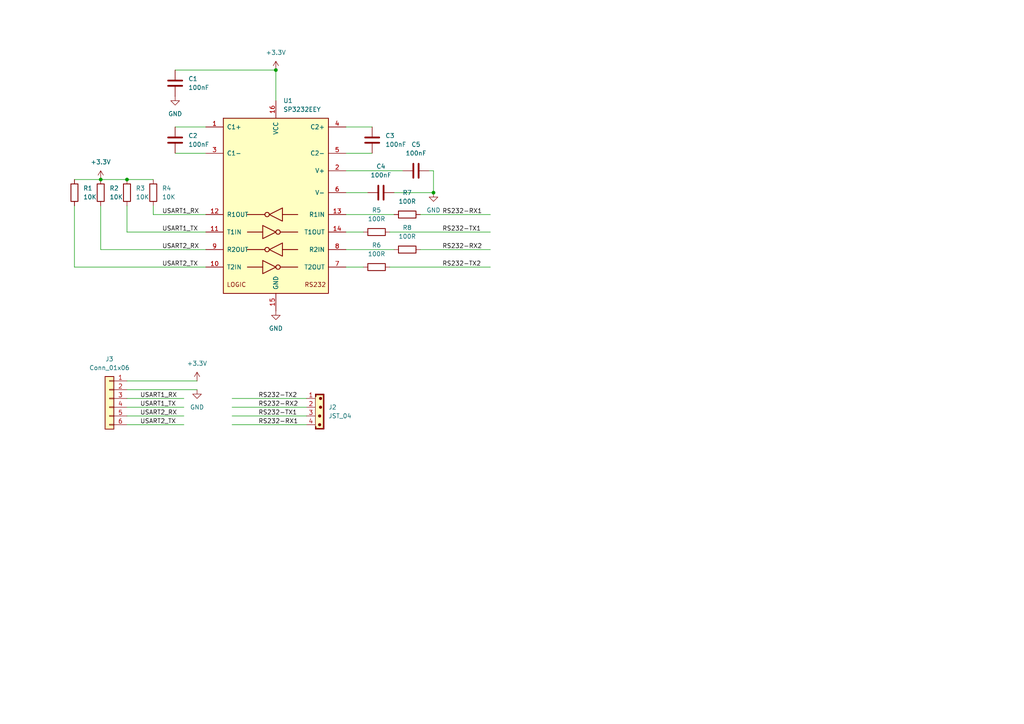
<source format=kicad_sch>
(kicad_sch
	(version 20250114)
	(generator "eeschema")
	(generator_version "9.0")
	(uuid "8d2e0e42-1031-4a95-bfe3-af0028031f00")
	(paper "A4")
	(lib_symbols
		(symbol "Connector_Generic:Conn_01x06"
			(pin_names
				(offset 1.016)
				(hide yes)
			)
			(exclude_from_sim no)
			(in_bom yes)
			(on_board yes)
			(property "Reference" "J"
				(at 0 7.62 0)
				(effects
					(font
						(size 1.27 1.27)
					)
				)
			)
			(property "Value" "Conn_01x06"
				(at 0 -10.16 0)
				(effects
					(font
						(size 1.27 1.27)
					)
				)
			)
			(property "Footprint" ""
				(at 0 0 0)
				(effects
					(font
						(size 1.27 1.27)
					)
					(hide yes)
				)
			)
			(property "Datasheet" "~"
				(at 0 0 0)
				(effects
					(font
						(size 1.27 1.27)
					)
					(hide yes)
				)
			)
			(property "Description" "Generic connector, single row, 01x06, script generated (kicad-library-utils/schlib/autogen/connector/)"
				(at 0 0 0)
				(effects
					(font
						(size 1.27 1.27)
					)
					(hide yes)
				)
			)
			(property "ki_keywords" "connector"
				(at 0 0 0)
				(effects
					(font
						(size 1.27 1.27)
					)
					(hide yes)
				)
			)
			(property "ki_fp_filters" "Connector*:*_1x??_*"
				(at 0 0 0)
				(effects
					(font
						(size 1.27 1.27)
					)
					(hide yes)
				)
			)
			(symbol "Conn_01x06_1_1"
				(rectangle
					(start -1.27 6.35)
					(end 1.27 -8.89)
					(stroke
						(width 0.254)
						(type default)
					)
					(fill
						(type background)
					)
				)
				(rectangle
					(start -1.27 5.207)
					(end 0 4.953)
					(stroke
						(width 0.1524)
						(type default)
					)
					(fill
						(type none)
					)
				)
				(rectangle
					(start -1.27 2.667)
					(end 0 2.413)
					(stroke
						(width 0.1524)
						(type default)
					)
					(fill
						(type none)
					)
				)
				(rectangle
					(start -1.27 0.127)
					(end 0 -0.127)
					(stroke
						(width 0.1524)
						(type default)
					)
					(fill
						(type none)
					)
				)
				(rectangle
					(start -1.27 -2.413)
					(end 0 -2.667)
					(stroke
						(width 0.1524)
						(type default)
					)
					(fill
						(type none)
					)
				)
				(rectangle
					(start -1.27 -4.953)
					(end 0 -5.207)
					(stroke
						(width 0.1524)
						(type default)
					)
					(fill
						(type none)
					)
				)
				(rectangle
					(start -1.27 -7.493)
					(end 0 -7.747)
					(stroke
						(width 0.1524)
						(type default)
					)
					(fill
						(type none)
					)
				)
				(pin passive line
					(at -5.08 5.08 0)
					(length 3.81)
					(name "Pin_1"
						(effects
							(font
								(size 1.27 1.27)
							)
						)
					)
					(number "1"
						(effects
							(font
								(size 1.27 1.27)
							)
						)
					)
				)
				(pin passive line
					(at -5.08 2.54 0)
					(length 3.81)
					(name "Pin_2"
						(effects
							(font
								(size 1.27 1.27)
							)
						)
					)
					(number "2"
						(effects
							(font
								(size 1.27 1.27)
							)
						)
					)
				)
				(pin passive line
					(at -5.08 0 0)
					(length 3.81)
					(name "Pin_3"
						(effects
							(font
								(size 1.27 1.27)
							)
						)
					)
					(number "3"
						(effects
							(font
								(size 1.27 1.27)
							)
						)
					)
				)
				(pin passive line
					(at -5.08 -2.54 0)
					(length 3.81)
					(name "Pin_4"
						(effects
							(font
								(size 1.27 1.27)
							)
						)
					)
					(number "4"
						(effects
							(font
								(size 1.27 1.27)
							)
						)
					)
				)
				(pin passive line
					(at -5.08 -5.08 0)
					(length 3.81)
					(name "Pin_5"
						(effects
							(font
								(size 1.27 1.27)
							)
						)
					)
					(number "5"
						(effects
							(font
								(size 1.27 1.27)
							)
						)
					)
				)
				(pin passive line
					(at -5.08 -7.62 0)
					(length 3.81)
					(name "Pin_6"
						(effects
							(font
								(size 1.27 1.27)
							)
						)
					)
					(number "6"
						(effects
							(font
								(size 1.27 1.27)
							)
						)
					)
				)
			)
			(embedded_fonts no)
		)
		(symbol "Library:SP3232EEY"
			(pin_names
				(offset 1.016)
			)
			(exclude_from_sim no)
			(in_bom yes)
			(on_board yes)
			(property "Reference" "U"
				(at -13.97 26.67 0)
				(effects
					(font
						(size 1.27 1.27)
					)
				)
			)
			(property "Value" "SP3232EEY"
				(at 12.7 26.67 0)
				(effects
					(font
						(size 1.27 1.27)
					)
				)
			)
			(property "Footprint" "Package_SO:SSOP-16_5.3x6.2mm_P0.65mm"
				(at 0 -33.02 0)
				(effects
					(font
						(size 1.27 1.27)
					)
					(hide yes)
				)
			)
			(property "Datasheet" "https://www.jlc-smt.com/lcsc/detail?componentCode=C13482"
				(at 0 2.54 0)
				(effects
					(font
						(size 1.27 1.27)
					)
					(hide yes)
				)
			)
			(property "Description" "Single RS232 driver/receiver, 3.0V to 5V supply, 250kb/s, AutoShutdown Plus, SSOP-16 package"
				(at 0 0 0)
				(effects
					(font
						(size 1.27 1.27)
					)
					(hide yes)
				)
			)
			(property "ki_keywords" "rs232 uart transceiver"
				(at 0 0 0)
				(effects
					(font
						(size 1.27 1.27)
					)
					(hide yes)
				)
			)
			(property "ki_fp_filters" "SSOP*5.3x6.2mm*P0.65mm*"
				(at 0 0 0)
				(effects
					(font
						(size 1.27 1.27)
					)
					(hide yes)
				)
			)
			(symbol "SP3232EEY_0_0"
				(text "LOGIC"
					(at -11.43 -22.86 0)
					(effects
						(font
							(size 1.27 1.27)
						)
					)
				)
				(text "RS232"
					(at 11.43 -22.86 0)
					(effects
						(font
							(size 1.27 1.27)
						)
					)
				)
			)
			(symbol "SP3232EEY_0_1"
				(rectangle
					(start -15.24 25.4)
					(end 15.24 -25.4)
					(stroke
						(width 0.254)
						(type default)
					)
					(fill
						(type background)
					)
				)
				(polyline
					(pts
						(xy -3.81 -5.715) (xy -3.81 -9.525) (xy 0 -7.62) (xy -3.81 -5.715)
					)
					(stroke
						(width 0.254)
						(type default)
					)
					(fill
						(type none)
					)
				)
				(polyline
					(pts
						(xy -3.81 -7.62) (xy -8.255 -7.62)
					)
					(stroke
						(width 0.254)
						(type default)
					)
					(fill
						(type none)
					)
				)
				(polyline
					(pts
						(xy -3.81 -15.875) (xy -3.81 -19.685) (xy 0 -17.78) (xy -3.81 -15.875)
					)
					(stroke
						(width 0.254)
						(type default)
					)
					(fill
						(type none)
					)
				)
				(polyline
					(pts
						(xy -3.81 -17.78) (xy -8.255 -17.78)
					)
					(stroke
						(width 0.254)
						(type default)
					)
					(fill
						(type none)
					)
				)
				(polyline
					(pts
						(xy -3.175 -2.54) (xy -8.255 -2.54)
					)
					(stroke
						(width 0.254)
						(type default)
					)
					(fill
						(type none)
					)
				)
				(polyline
					(pts
						(xy -3.175 -12.7) (xy -8.255 -12.7)
					)
					(stroke
						(width 0.254)
						(type default)
					)
					(fill
						(type none)
					)
				)
				(circle
					(center -2.54 -2.54)
					(radius 0.635)
					(stroke
						(width 0.254)
						(type default)
					)
					(fill
						(type none)
					)
				)
				(circle
					(center -2.54 -12.7)
					(radius 0.635)
					(stroke
						(width 0.254)
						(type default)
					)
					(fill
						(type none)
					)
				)
				(circle
					(center 0.635 -7.62)
					(radius 0.635)
					(stroke
						(width 0.254)
						(type default)
					)
					(fill
						(type none)
					)
				)
				(circle
					(center 0.635 -17.78)
					(radius 0.635)
					(stroke
						(width 0.254)
						(type default)
					)
					(fill
						(type none)
					)
				)
				(polyline
					(pts
						(xy 1.27 -7.62) (xy 6.35 -7.62)
					)
					(stroke
						(width 0.254)
						(type default)
					)
					(fill
						(type none)
					)
				)
				(polyline
					(pts
						(xy 1.27 -17.78) (xy 6.35 -17.78)
					)
					(stroke
						(width 0.254)
						(type default)
					)
					(fill
						(type none)
					)
				)
				(polyline
					(pts
						(xy 1.905 -0.635) (xy 1.905 -4.445) (xy -1.905 -2.54) (xy 1.905 -0.635)
					)
					(stroke
						(width 0.254)
						(type default)
					)
					(fill
						(type none)
					)
				)
				(polyline
					(pts
						(xy 1.905 -2.54) (xy 6.35 -2.54)
					)
					(stroke
						(width 0.254)
						(type default)
					)
					(fill
						(type none)
					)
				)
				(polyline
					(pts
						(xy 1.905 -10.795) (xy 1.905 -14.605) (xy -1.905 -12.7) (xy 1.905 -10.795)
					)
					(stroke
						(width 0.254)
						(type default)
					)
					(fill
						(type none)
					)
				)
				(polyline
					(pts
						(xy 1.905 -12.7) (xy 6.35 -12.7)
					)
					(stroke
						(width 0.254)
						(type default)
					)
					(fill
						(type none)
					)
				)
			)
			(symbol "SP3232EEY_1_1"
				(pin passive line
					(at -20.32 22.86 0)
					(length 5.08)
					(name "C1+"
						(effects
							(font
								(size 1.27 1.27)
							)
						)
					)
					(number "1"
						(effects
							(font
								(size 1.27 1.27)
							)
						)
					)
				)
				(pin passive line
					(at -20.32 15.24 0)
					(length 5.08)
					(name "C1-"
						(effects
							(font
								(size 1.27 1.27)
							)
						)
					)
					(number "3"
						(effects
							(font
								(size 1.27 1.27)
							)
						)
					)
				)
				(pin output line
					(at -20.32 -2.54 0)
					(length 5.08)
					(name "R1OUT"
						(effects
							(font
								(size 1.27 1.27)
							)
						)
					)
					(number "12"
						(effects
							(font
								(size 1.27 1.27)
							)
						)
					)
				)
				(pin input line
					(at -20.32 -7.62 0)
					(length 5.08)
					(name "T1IN"
						(effects
							(font
								(size 1.27 1.27)
							)
						)
					)
					(number "11"
						(effects
							(font
								(size 1.27 1.27)
							)
						)
					)
				)
				(pin output line
					(at -20.32 -12.7 0)
					(length 5.08)
					(name "R2OUT"
						(effects
							(font
								(size 1.27 1.27)
							)
						)
					)
					(number "9"
						(effects
							(font
								(size 1.27 1.27)
							)
						)
					)
				)
				(pin input line
					(at -20.32 -17.78 0)
					(length 5.08)
					(name "T2IN"
						(effects
							(font
								(size 1.27 1.27)
							)
						)
					)
					(number "10"
						(effects
							(font
								(size 1.27 1.27)
							)
						)
					)
				)
				(pin power_in line
					(at 0 30.48 270)
					(length 5.08)
					(name "VCC"
						(effects
							(font
								(size 1.27 1.27)
							)
						)
					)
					(number "16"
						(effects
							(font
								(size 1.27 1.27)
							)
						)
					)
				)
				(pin power_in line
					(at 0 -30.48 90)
					(length 5.08)
					(name "GND"
						(effects
							(font
								(size 1.27 1.27)
							)
						)
					)
					(number "15"
						(effects
							(font
								(size 1.27 1.27)
							)
						)
					)
				)
				(pin passive line
					(at 20.32 22.86 180)
					(length 5.08)
					(name "C2+"
						(effects
							(font
								(size 1.27 1.27)
							)
						)
					)
					(number "4"
						(effects
							(font
								(size 1.27 1.27)
							)
						)
					)
				)
				(pin passive line
					(at 20.32 15.24 180)
					(length 5.08)
					(name "C2-"
						(effects
							(font
								(size 1.27 1.27)
							)
						)
					)
					(number "5"
						(effects
							(font
								(size 1.27 1.27)
							)
						)
					)
				)
				(pin power_out line
					(at 20.32 10.16 180)
					(length 5.08)
					(name "V+"
						(effects
							(font
								(size 1.27 1.27)
							)
						)
					)
					(number "2"
						(effects
							(font
								(size 1.27 1.27)
							)
						)
					)
				)
				(pin power_out line
					(at 20.32 3.81 180)
					(length 5.08)
					(name "V-"
						(effects
							(font
								(size 1.27 1.27)
							)
						)
					)
					(number "6"
						(effects
							(font
								(size 1.27 1.27)
							)
						)
					)
				)
				(pin input line
					(at 20.32 -2.54 180)
					(length 5.08)
					(name "R1IN"
						(effects
							(font
								(size 1.27 1.27)
							)
						)
					)
					(number "13"
						(effects
							(font
								(size 1.27 1.27)
							)
						)
					)
				)
				(pin output line
					(at 20.32 -7.62 180)
					(length 5.08)
					(name "T1OUT"
						(effects
							(font
								(size 1.27 1.27)
							)
						)
					)
					(number "14"
						(effects
							(font
								(size 1.27 1.27)
							)
						)
					)
				)
				(pin input line
					(at 20.32 -12.7 180)
					(length 5.08)
					(name "R2IN"
						(effects
							(font
								(size 1.27 1.27)
							)
						)
					)
					(number "8"
						(effects
							(font
								(size 1.27 1.27)
							)
						)
					)
				)
				(pin output line
					(at 20.32 -17.78 180)
					(length 5.08)
					(name "T2OUT"
						(effects
							(font
								(size 1.27 1.27)
							)
						)
					)
					(number "7"
						(effects
							(font
								(size 1.27 1.27)
							)
						)
					)
				)
			)
			(embedded_fonts no)
		)
		(symbol "PCM_Capacitor_AKL:C_1206"
			(pin_numbers
				(hide yes)
			)
			(pin_names
				(offset 0.254)
			)
			(exclude_from_sim no)
			(in_bom yes)
			(on_board yes)
			(property "Reference" "C"
				(at 0.635 2.54 0)
				(effects
					(font
						(size 1.27 1.27)
					)
					(justify left)
				)
			)
			(property "Value" "C_1206"
				(at 0.635 -2.54 0)
				(effects
					(font
						(size 1.27 1.27)
					)
					(justify left)
				)
			)
			(property "Footprint" "PCM_Capacitor_SMD_AKL:C_1206_3216Metric"
				(at 0.9652 -3.81 0)
				(effects
					(font
						(size 1.27 1.27)
					)
					(hide yes)
				)
			)
			(property "Datasheet" "~"
				(at 0 0 0)
				(effects
					(font
						(size 1.27 1.27)
					)
					(hide yes)
				)
			)
			(property "Description" "SMD 1206 MLCC capacitor, Alternate KiCad Library"
				(at 0 0 0)
				(effects
					(font
						(size 1.27 1.27)
					)
					(hide yes)
				)
			)
			(property "ki_keywords" "cap capacitor ceramic chip mlcc smd 1206"
				(at 0 0 0)
				(effects
					(font
						(size 1.27 1.27)
					)
					(hide yes)
				)
			)
			(property "ki_fp_filters" "C_*"
				(at 0 0 0)
				(effects
					(font
						(size 1.27 1.27)
					)
					(hide yes)
				)
			)
			(symbol "C_1206_0_1"
				(polyline
					(pts
						(xy -2.032 0.762) (xy 2.032 0.762)
					)
					(stroke
						(width 0.508)
						(type default)
					)
					(fill
						(type none)
					)
				)
				(polyline
					(pts
						(xy -2.032 -0.762) (xy 2.032 -0.762)
					)
					(stroke
						(width 0.508)
						(type default)
					)
					(fill
						(type none)
					)
				)
			)
			(symbol "C_1206_0_2"
				(polyline
					(pts
						(xy -2.54 -2.54) (xy -0.381 -0.381)
					)
					(stroke
						(width 0)
						(type default)
					)
					(fill
						(type none)
					)
				)
				(polyline
					(pts
						(xy -0.508 -0.508) (xy -1.651 0.635)
					)
					(stroke
						(width 0.508)
						(type default)
					)
					(fill
						(type none)
					)
				)
				(polyline
					(pts
						(xy -0.508 -0.508) (xy 0.635 -1.651)
					)
					(stroke
						(width 0.508)
						(type default)
					)
					(fill
						(type none)
					)
				)
				(polyline
					(pts
						(xy 0.381 0.381) (xy 2.54 2.54)
					)
					(stroke
						(width 0)
						(type default)
					)
					(fill
						(type none)
					)
				)
				(polyline
					(pts
						(xy 0.508 0.508) (xy -0.635 1.651)
					)
					(stroke
						(width 0.508)
						(type default)
					)
					(fill
						(type none)
					)
				)
				(polyline
					(pts
						(xy 0.508 0.508) (xy 1.651 -0.635)
					)
					(stroke
						(width 0.508)
						(type default)
					)
					(fill
						(type none)
					)
				)
			)
			(symbol "C_1206_1_1"
				(pin passive line
					(at 0 3.81 270)
					(length 2.794)
					(name "~"
						(effects
							(font
								(size 1.27 1.27)
							)
						)
					)
					(number "1"
						(effects
							(font
								(size 1.27 1.27)
							)
						)
					)
				)
				(pin passive line
					(at 0 -3.81 90)
					(length 2.794)
					(name "~"
						(effects
							(font
								(size 1.27 1.27)
							)
						)
					)
					(number "2"
						(effects
							(font
								(size 1.27 1.27)
							)
						)
					)
				)
			)
			(symbol "C_1206_1_2"
				(pin passive line
					(at -2.54 -2.54 90)
					(length 0)
					(name "~"
						(effects
							(font
								(size 1.27 1.27)
							)
						)
					)
					(number "2"
						(effects
							(font
								(size 1.27 1.27)
							)
						)
					)
				)
				(pin passive line
					(at 2.54 2.54 270)
					(length 0)
					(name "~"
						(effects
							(font
								(size 1.27 1.27)
							)
						)
					)
					(number "1"
						(effects
							(font
								(size 1.27 1.27)
							)
						)
					)
				)
			)
			(embedded_fonts no)
		)
		(symbol "PCM_Resistor_AKL:R_1206"
			(pin_numbers
				(hide yes)
			)
			(pin_names
				(offset 0)
			)
			(exclude_from_sim no)
			(in_bom yes)
			(on_board yes)
			(property "Reference" "R"
				(at 2.54 1.27 0)
				(effects
					(font
						(size 1.27 1.27)
					)
					(justify left)
				)
			)
			(property "Value" "R_1206"
				(at 2.54 -1.27 0)
				(effects
					(font
						(size 1.27 1.27)
					)
					(justify left)
				)
			)
			(property "Footprint" "PCM_Resistor_SMD_AKL:R_1206_3216Metric"
				(at 0 -11.43 0)
				(effects
					(font
						(size 1.27 1.27)
					)
					(hide yes)
				)
			)
			(property "Datasheet" "~"
				(at 0 0 0)
				(effects
					(font
						(size 1.27 1.27)
					)
					(hide yes)
				)
			)
			(property "Description" "SMD 1206 Chip Resistor, European Symbol, Alternate KiCad Library"
				(at 0 0 0)
				(effects
					(font
						(size 1.27 1.27)
					)
					(hide yes)
				)
			)
			(property "ki_keywords" "R res resistor eu  smd 1206"
				(at 0 0 0)
				(effects
					(font
						(size 1.27 1.27)
					)
					(hide yes)
				)
			)
			(property "ki_fp_filters" "R_*"
				(at 0 0 0)
				(effects
					(font
						(size 1.27 1.27)
					)
					(hide yes)
				)
			)
			(symbol "R_1206_0_1"
				(rectangle
					(start -1.016 2.54)
					(end 1.016 -2.54)
					(stroke
						(width 0.254)
						(type default)
					)
					(fill
						(type none)
					)
				)
			)
			(symbol "R_1206_0_2"
				(polyline
					(pts
						(xy -2.54 -2.54) (xy -1.524 -1.524)
					)
					(stroke
						(width 0)
						(type default)
					)
					(fill
						(type none)
					)
				)
				(polyline
					(pts
						(xy 1.524 1.524) (xy 2.54 2.54)
					)
					(stroke
						(width 0)
						(type default)
					)
					(fill
						(type none)
					)
				)
				(polyline
					(pts
						(xy 1.524 1.524) (xy 0.889 2.159) (xy -2.159 -0.889) (xy -0.889 -2.159) (xy 2.159 0.889) (xy 1.524 1.524)
					)
					(stroke
						(width 0.254)
						(type default)
					)
					(fill
						(type none)
					)
				)
			)
			(symbol "R_1206_1_1"
				(pin passive line
					(at 0 3.81 270)
					(length 1.27)
					(name "~"
						(effects
							(font
								(size 1.27 1.27)
							)
						)
					)
					(number "1"
						(effects
							(font
								(size 1.27 1.27)
							)
						)
					)
				)
				(pin passive line
					(at 0 -3.81 90)
					(length 1.27)
					(name "~"
						(effects
							(font
								(size 1.27 1.27)
							)
						)
					)
					(number "2"
						(effects
							(font
								(size 1.27 1.27)
							)
						)
					)
				)
			)
			(symbol "R_1206_1_2"
				(pin passive line
					(at -2.54 -2.54 0)
					(length 0)
					(name ""
						(effects
							(font
								(size 1.27 1.27)
							)
						)
					)
					(number "2"
						(effects
							(font
								(size 1.27 1.27)
							)
						)
					)
				)
				(pin passive line
					(at 2.54 2.54 180)
					(length 0)
					(name ""
						(effects
							(font
								(size 1.27 1.27)
							)
						)
					)
					(number "1"
						(effects
							(font
								(size 1.27 1.27)
							)
						)
					)
				)
			)
			(embedded_fonts no)
		)
		(symbol "PCM_SL_Connectors:JST_04"
			(exclude_from_sim no)
			(in_bom yes)
			(on_board yes)
			(property "Reference" "J"
				(at 0 10.414 0)
				(effects
					(font
						(size 1.27 1.27)
					)
				)
			)
			(property "Value" "JST_04"
				(at 0 7.874 0)
				(effects
					(font
						(size 1.27 1.27)
					)
				)
			)
			(property "Footprint" "Connector_JST:JST_EH_B4B-EH-A_1x04_P2.50mm_Vertical"
				(at 0 9.144 0)
				(effects
					(font
						(size 1.27 1.27)
					)
					(hide yes)
				)
			)
			(property "Datasheet" ""
				(at 0 9.144 0)
				(effects
					(font
						(size 1.27 1.27)
					)
					(hide yes)
				)
			)
			(property "Description" "JST Connector  4 pins"
				(at 0 0 0)
				(effects
					(font
						(size 1.27 1.27)
					)
					(hide yes)
				)
			)
			(property "ki_keywords" "JST"
				(at 0 0 0)
				(effects
					(font
						(size 1.27 1.27)
					)
					(hide yes)
				)
			)
			(property "ki_fp_filters" "Connector_JST:JST_EH_S4B-EH_1x04_P2.50mm_Horizontal"
				(at 0 0 0)
				(effects
					(font
						(size 1.27 1.27)
					)
					(hide yes)
				)
			)
			(symbol "JST_04_0_1"
				(rectangle
					(start -1.27 5.334)
					(end 1.27 -4.826)
					(stroke
						(width 0)
						(type default)
					)
					(fill
						(type background)
					)
				)
				(polyline
					(pts
						(xy -1.27 -4.064) (xy -1.27 -4.826) (xy 1.27 -4.826) (xy 1.27 -4.064) (xy 1.016 -4.064) (xy 1.016 -4.572)
						(xy -1.016 -4.572) (xy -1.016 -4.064) (xy -1.27 -4.064)
					)
					(stroke
						(width 0)
						(type default)
					)
					(fill
						(type outline)
					)
				)
				(circle
					(center 0 -1.016)
					(radius 0.381)
					(stroke
						(width 0)
						(type default)
					)
					(fill
						(type outline)
					)
				)
				(circle
					(center 0 -3.556)
					(radius 0.381)
					(stroke
						(width 0)
						(type default)
					)
					(fill
						(type outline)
					)
				)
				(circle
					(center 0.254 4.064)
					(radius 0.381)
					(stroke
						(width 0)
						(type default)
					)
					(fill
						(type outline)
					)
				)
				(circle
					(center 0.254 1.524)
					(radius 0.381)
					(stroke
						(width 0)
						(type default)
					)
					(fill
						(type outline)
					)
				)
				(rectangle
					(start 1.016 4.572)
					(end 1.27 -4.064)
					(stroke
						(width 0)
						(type default)
					)
					(fill
						(type outline)
					)
				)
				(polyline
					(pts
						(xy 1.27 4.572) (xy 1.27 5.334) (xy -1.27 5.334) (xy -1.27 4.572) (xy -1.016 4.572) (xy -1.016 5.08)
						(xy 1.016 5.08) (xy 1.016 4.572) (xy 1.27 4.572)
					)
					(stroke
						(width 0)
						(type default)
					)
					(fill
						(type outline)
					)
				)
			)
			(symbol "JST_04_1_1"
				(pin passive line
					(at -3.81 4.064 0)
					(length 2.54)
					(name ""
						(effects
							(font
								(size 1.27 1.27)
							)
						)
					)
					(number "1"
						(effects
							(font
								(size 1.27 1.27)
							)
						)
					)
				)
				(pin passive line
					(at -3.81 1.524 0)
					(length 2.54)
					(name ""
						(effects
							(font
								(size 1.27 1.27)
							)
						)
					)
					(number "2"
						(effects
							(font
								(size 1.27 1.27)
							)
						)
					)
				)
				(pin passive line
					(at -3.81 -1.016 0)
					(length 2.54)
					(name ""
						(effects
							(font
								(size 1.27 1.27)
							)
						)
					)
					(number "3"
						(effects
							(font
								(size 1.27 1.27)
							)
						)
					)
				)
				(pin passive line
					(at -3.81 -3.556 0)
					(length 2.54)
					(name ""
						(effects
							(font
								(size 1.27 1.27)
							)
						)
					)
					(number "4"
						(effects
							(font
								(size 1.27 1.27)
							)
						)
					)
				)
			)
			(embedded_fonts no)
		)
		(symbol "power:+3.3V"
			(power)
			(pin_numbers
				(hide yes)
			)
			(pin_names
				(offset 0)
				(hide yes)
			)
			(exclude_from_sim no)
			(in_bom yes)
			(on_board yes)
			(property "Reference" "#PWR"
				(at 0 -3.81 0)
				(effects
					(font
						(size 1.27 1.27)
					)
					(hide yes)
				)
			)
			(property "Value" "+3.3V"
				(at 0 3.556 0)
				(effects
					(font
						(size 1.27 1.27)
					)
				)
			)
			(property "Footprint" ""
				(at 0 0 0)
				(effects
					(font
						(size 1.27 1.27)
					)
					(hide yes)
				)
			)
			(property "Datasheet" ""
				(at 0 0 0)
				(effects
					(font
						(size 1.27 1.27)
					)
					(hide yes)
				)
			)
			(property "Description" "Power symbol creates a global label with name \"+3.3V\""
				(at 0 0 0)
				(effects
					(font
						(size 1.27 1.27)
					)
					(hide yes)
				)
			)
			(property "ki_keywords" "global power"
				(at 0 0 0)
				(effects
					(font
						(size 1.27 1.27)
					)
					(hide yes)
				)
			)
			(symbol "+3.3V_0_1"
				(polyline
					(pts
						(xy -0.762 1.27) (xy 0 2.54)
					)
					(stroke
						(width 0)
						(type default)
					)
					(fill
						(type none)
					)
				)
				(polyline
					(pts
						(xy 0 2.54) (xy 0.762 1.27)
					)
					(stroke
						(width 0)
						(type default)
					)
					(fill
						(type none)
					)
				)
				(polyline
					(pts
						(xy 0 0) (xy 0 2.54)
					)
					(stroke
						(width 0)
						(type default)
					)
					(fill
						(type none)
					)
				)
			)
			(symbol "+3.3V_1_1"
				(pin power_in line
					(at 0 0 90)
					(length 0)
					(name "~"
						(effects
							(font
								(size 1.27 1.27)
							)
						)
					)
					(number "1"
						(effects
							(font
								(size 1.27 1.27)
							)
						)
					)
				)
			)
			(embedded_fonts no)
		)
		(symbol "power:GND"
			(power)
			(pin_numbers
				(hide yes)
			)
			(pin_names
				(offset 0)
				(hide yes)
			)
			(exclude_from_sim no)
			(in_bom yes)
			(on_board yes)
			(property "Reference" "#PWR"
				(at 0 -6.35 0)
				(effects
					(font
						(size 1.27 1.27)
					)
					(hide yes)
				)
			)
			(property "Value" "GND"
				(at 0 -3.81 0)
				(effects
					(font
						(size 1.27 1.27)
					)
				)
			)
			(property "Footprint" ""
				(at 0 0 0)
				(effects
					(font
						(size 1.27 1.27)
					)
					(hide yes)
				)
			)
			(property "Datasheet" ""
				(at 0 0 0)
				(effects
					(font
						(size 1.27 1.27)
					)
					(hide yes)
				)
			)
			(property "Description" "Power symbol creates a global label with name \"GND\" , ground"
				(at 0 0 0)
				(effects
					(font
						(size 1.27 1.27)
					)
					(hide yes)
				)
			)
			(property "ki_keywords" "global power"
				(at 0 0 0)
				(effects
					(font
						(size 1.27 1.27)
					)
					(hide yes)
				)
			)
			(symbol "GND_0_1"
				(polyline
					(pts
						(xy 0 0) (xy 0 -1.27) (xy 1.27 -1.27) (xy 0 -2.54) (xy -1.27 -1.27) (xy 0 -1.27)
					)
					(stroke
						(width 0)
						(type default)
					)
					(fill
						(type none)
					)
				)
			)
			(symbol "GND_1_1"
				(pin power_in line
					(at 0 0 270)
					(length 0)
					(name "~"
						(effects
							(font
								(size 1.27 1.27)
							)
						)
					)
					(number "1"
						(effects
							(font
								(size 1.27 1.27)
							)
						)
					)
				)
			)
			(embedded_fonts no)
		)
	)
	(junction
		(at 36.83 52.07)
		(diameter 0)
		(color 0 0 0 0)
		(uuid "3b7170e7-0a38-407c-9560-02af61a18a34")
	)
	(junction
		(at 29.21 52.07)
		(diameter 0)
		(color 0 0 0 0)
		(uuid "51088c62-f1f7-4564-b044-efeb031f1b1a")
	)
	(junction
		(at 80.01 20.32)
		(diameter 0)
		(color 0 0 0 0)
		(uuid "68825229-643a-4177-9121-06f85a9eafb7")
	)
	(junction
		(at 125.73 55.88)
		(diameter 0)
		(color 0 0 0 0)
		(uuid "a1ecdd53-b254-4b89-b195-76ae8dc2b1a7")
	)
	(wire
		(pts
			(xy 36.83 115.57) (xy 53.34 115.57)
		)
		(stroke
			(width 0)
			(type default)
		)
		(uuid "09672d53-34f1-443b-82c7-6ab09f9826cc")
	)
	(wire
		(pts
			(xy 67.31 123.19) (xy 88.9 123.19)
		)
		(stroke
			(width 0)
			(type default)
		)
		(uuid "0d97ea4e-0714-45a8-98ce-d6b9d88fee68")
	)
	(wire
		(pts
			(xy 50.8 20.32) (xy 80.01 20.32)
		)
		(stroke
			(width 0)
			(type default)
		)
		(uuid "159fc04b-8e17-43e4-a6da-152c053eba90")
	)
	(wire
		(pts
			(xy 113.03 67.31) (xy 142.24 67.31)
		)
		(stroke
			(width 0)
			(type default)
		)
		(uuid "16a3c60d-85ee-4a48-8cc0-b58cb460f8e1")
	)
	(wire
		(pts
			(xy 44.45 59.69) (xy 44.45 62.23)
		)
		(stroke
			(width 0)
			(type default)
		)
		(uuid "194518ef-8804-4fd4-bdec-dd8f0dd9805e")
	)
	(wire
		(pts
			(xy 107.95 36.83) (xy 100.33 36.83)
		)
		(stroke
			(width 0)
			(type default)
		)
		(uuid "2c0c3b3f-6b98-4f64-b62d-947c39a352ba")
	)
	(wire
		(pts
			(xy 36.83 59.69) (xy 36.83 67.31)
		)
		(stroke
			(width 0)
			(type default)
		)
		(uuid "321681db-ea46-4d9d-8703-804627e1bf4c")
	)
	(wire
		(pts
			(xy 36.83 120.65) (xy 53.34 120.65)
		)
		(stroke
			(width 0)
			(type default)
		)
		(uuid "3bb13045-092c-458d-a239-f7e5d19b6b36")
	)
	(wire
		(pts
			(xy 29.21 59.69) (xy 29.21 72.39)
		)
		(stroke
			(width 0)
			(type default)
		)
		(uuid "3e980398-4ba6-4a89-b9c2-c5479cf80932")
	)
	(wire
		(pts
			(xy 21.59 77.47) (xy 59.69 77.47)
		)
		(stroke
			(width 0)
			(type default)
		)
		(uuid "45459b46-dcc9-4ab0-88ab-1435b56a8540")
	)
	(wire
		(pts
			(xy 67.31 120.65) (xy 88.9 120.65)
		)
		(stroke
			(width 0)
			(type default)
		)
		(uuid "494ec4dc-63da-4cc3-b8cf-e572519bf3bc")
	)
	(wire
		(pts
			(xy 113.03 77.47) (xy 142.24 77.47)
		)
		(stroke
			(width 0)
			(type default)
		)
		(uuid "4cf3d79d-0eed-402d-9337-a3d5c3e60a32")
	)
	(wire
		(pts
			(xy 107.95 44.45) (xy 100.33 44.45)
		)
		(stroke
			(width 0)
			(type default)
		)
		(uuid "4e3b6ba4-026c-40a0-9bb8-ae06859894f5")
	)
	(wire
		(pts
			(xy 36.83 113.03) (xy 57.15 113.03)
		)
		(stroke
			(width 0)
			(type default)
		)
		(uuid "4f74f4b8-d925-463c-95a2-12be07939cf8")
	)
	(wire
		(pts
			(xy 29.21 72.39) (xy 59.69 72.39)
		)
		(stroke
			(width 0)
			(type default)
		)
		(uuid "564c0b36-1e4e-4d57-aa8e-3f4e119250ff")
	)
	(wire
		(pts
			(xy 21.59 52.07) (xy 29.21 52.07)
		)
		(stroke
			(width 0)
			(type default)
		)
		(uuid "5e7833cc-9dd8-42e7-ba70-12b2a3b0bb5c")
	)
	(wire
		(pts
			(xy 50.8 36.83) (xy 59.69 36.83)
		)
		(stroke
			(width 0)
			(type default)
		)
		(uuid "628b91b8-59cc-4828-a1e8-c050ee0a74c3")
	)
	(wire
		(pts
			(xy 100.33 49.53) (xy 116.84 49.53)
		)
		(stroke
			(width 0)
			(type default)
		)
		(uuid "64607f0b-2e86-4f78-ac66-63b9968925c0")
	)
	(wire
		(pts
			(xy 125.73 49.53) (xy 125.73 55.88)
		)
		(stroke
			(width 0)
			(type default)
		)
		(uuid "7322757b-b1cf-4c7b-85fd-98600fc5e0e4")
	)
	(wire
		(pts
			(xy 121.92 72.39) (xy 142.24 72.39)
		)
		(stroke
			(width 0)
			(type default)
		)
		(uuid "7555e9a4-445c-4c3c-a6b0-95543f7ec9c2")
	)
	(wire
		(pts
			(xy 114.3 55.88) (xy 125.73 55.88)
		)
		(stroke
			(width 0)
			(type default)
		)
		(uuid "7ab2844b-8964-4078-b2d1-23a5078ebd9a")
	)
	(wire
		(pts
			(xy 121.92 62.23) (xy 142.24 62.23)
		)
		(stroke
			(width 0)
			(type default)
		)
		(uuid "861b20e0-c35a-439f-b2c8-4e4d0c434368")
	)
	(wire
		(pts
			(xy 100.33 77.47) (xy 105.41 77.47)
		)
		(stroke
			(width 0)
			(type default)
		)
		(uuid "92a08e48-7551-4819-b6c9-58fec13570cc")
	)
	(wire
		(pts
			(xy 36.83 67.31) (xy 59.69 67.31)
		)
		(stroke
			(width 0)
			(type default)
		)
		(uuid "9b2b467e-03a0-4b91-8476-e1e36c5b5d05")
	)
	(wire
		(pts
			(xy 80.01 20.32) (xy 80.01 29.21)
		)
		(stroke
			(width 0)
			(type default)
		)
		(uuid "9cdafd03-4293-4d86-b6c4-6e7007848b44")
	)
	(wire
		(pts
			(xy 36.83 110.49) (xy 57.15 110.49)
		)
		(stroke
			(width 0)
			(type default)
		)
		(uuid "a444e3cf-5a26-4dd8-be81-c8ae31fb9f04")
	)
	(wire
		(pts
			(xy 36.83 123.19) (xy 53.34 123.19)
		)
		(stroke
			(width 0)
			(type default)
		)
		(uuid "a89962f8-16da-437f-a350-67d4a6313ca4")
	)
	(wire
		(pts
			(xy 21.59 59.69) (xy 21.59 77.47)
		)
		(stroke
			(width 0)
			(type default)
		)
		(uuid "aa12fc49-aaf4-481d-b642-9eec3728de41")
	)
	(wire
		(pts
			(xy 44.45 62.23) (xy 59.69 62.23)
		)
		(stroke
			(width 0)
			(type default)
		)
		(uuid "b40352f2-9e4b-4134-b96e-50a49376838f")
	)
	(wire
		(pts
			(xy 36.83 118.11) (xy 53.34 118.11)
		)
		(stroke
			(width 0)
			(type default)
		)
		(uuid "b9112dad-e229-4c10-8eec-4cb02d441f7e")
	)
	(wire
		(pts
			(xy 100.33 62.23) (xy 114.3 62.23)
		)
		(stroke
			(width 0)
			(type default)
		)
		(uuid "c08cabeb-76d8-4083-a544-bc4db5937f58")
	)
	(wire
		(pts
			(xy 67.31 118.11) (xy 88.9 118.11)
		)
		(stroke
			(width 0)
			(type default)
		)
		(uuid "d0cfa7e1-d2c3-4355-a860-8af270020570")
	)
	(wire
		(pts
			(xy 100.33 67.31) (xy 105.41 67.31)
		)
		(stroke
			(width 0)
			(type default)
		)
		(uuid "d108669c-5a4c-4975-bb24-ae23a2354b86")
	)
	(wire
		(pts
			(xy 100.33 55.88) (xy 106.68 55.88)
		)
		(stroke
			(width 0)
			(type default)
		)
		(uuid "d5e108f5-21c3-46ea-8cbb-7dac7457e15b")
	)
	(wire
		(pts
			(xy 100.33 72.39) (xy 114.3 72.39)
		)
		(stroke
			(width 0)
			(type default)
		)
		(uuid "e085b083-f07a-4bdb-8e7e-d70180dd0329")
	)
	(wire
		(pts
			(xy 36.83 52.07) (xy 44.45 52.07)
		)
		(stroke
			(width 0)
			(type default)
		)
		(uuid "e1c844cd-d77b-40d3-a43d-bc68ca62ed0b")
	)
	(wire
		(pts
			(xy 50.8 44.45) (xy 59.69 44.45)
		)
		(stroke
			(width 0)
			(type default)
		)
		(uuid "e2ad8f2c-22bd-4a57-b551-17d32da5887d")
	)
	(wire
		(pts
			(xy 124.46 49.53) (xy 125.73 49.53)
		)
		(stroke
			(width 0)
			(type default)
		)
		(uuid "e2d6ff15-5ea9-4c09-a21d-65ff90192556")
	)
	(wire
		(pts
			(xy 67.31 115.57) (xy 88.9 115.57)
		)
		(stroke
			(width 0)
			(type default)
		)
		(uuid "f1a27adb-5e0b-47e7-a3ec-533f7b3201ad")
	)
	(wire
		(pts
			(xy 29.21 52.07) (xy 36.83 52.07)
		)
		(stroke
			(width 0)
			(type default)
		)
		(uuid "f523cbc9-bf1d-45fb-8b6b-6e031cf44d5f")
	)
	(label "RS232-RX2"
		(at 74.93 118.11 0)
		(effects
			(font
				(size 1.27 1.27)
			)
			(justify left bottom)
		)
		(uuid "01532e77-3f5b-47b9-baa3-3bc98279c751")
	)
	(label "RS232-RX1"
		(at 74.93 123.19 0)
		(effects
			(font
				(size 1.27 1.27)
			)
			(justify left bottom)
		)
		(uuid "0a4213be-df7d-403e-9df7-743a8c09204f")
	)
	(label "USART2_TX"
		(at 47.0242 77.47 0)
		(effects
			(font
				(size 1.27 1.27)
			)
			(justify left bottom)
		)
		(uuid "0c7f4f8d-5fb5-4015-8120-b02ab9d64871")
	)
	(label "USART1_RX"
		(at 47.0242 62.23 0)
		(effects
			(font
				(size 1.27 1.27)
			)
			(justify left bottom)
		)
		(uuid "26c08ed0-9020-42f1-b227-e67aaae37419")
	)
	(label "USART2_RX"
		(at 40.64 120.65 0)
		(effects
			(font
				(size 1.27 1.27)
			)
			(justify left bottom)
		)
		(uuid "29a92dcb-be4d-49f9-adab-4cea81592605")
	)
	(label "RS232-RX2"
		(at 128.27 72.39 0)
		(effects
			(font
				(size 1.27 1.27)
			)
			(justify left bottom)
		)
		(uuid "3cf7e1dd-bc71-49a0-b6ea-df98d16e17a4")
	)
	(label "USART1_TX"
		(at 47.0242 67.31 0)
		(effects
			(font
				(size 1.27 1.27)
			)
			(justify left bottom)
		)
		(uuid "4b9e37e2-92a0-429e-a8b0-363526306e18")
	)
	(label "USART2_TX"
		(at 40.64 123.19 0)
		(effects
			(font
				(size 1.27 1.27)
			)
			(justify left bottom)
		)
		(uuid "5c573d77-bc26-46ea-b6a9-15fb29a3f69e")
	)
	(label "RS232-RX1"
		(at 128.27 62.23 0)
		(effects
			(font
				(size 1.27 1.27)
			)
			(justify left bottom)
		)
		(uuid "75f85ad8-4470-44ea-ae4c-e6d8a12d4863")
	)
	(label "RS232-TX1"
		(at 128.27 67.31 0)
		(effects
			(font
				(size 1.27 1.27)
			)
			(justify left bottom)
		)
		(uuid "8ac1264d-be3b-41f6-98c0-db3cbb9b9cfa")
	)
	(label "USART1_RX"
		(at 40.64 115.57 0)
		(effects
			(font
				(size 1.27 1.27)
			)
			(justify left bottom)
		)
		(uuid "9f743d9d-f984-4bf9-92ee-218f180c7931")
	)
	(label "USART1_TX"
		(at 40.64 118.11 0)
		(effects
			(font
				(size 1.27 1.27)
			)
			(justify left bottom)
		)
		(uuid "accd49c0-38fd-4417-8f83-330761c3dd3c")
	)
	(label "RS232-TX2"
		(at 128.27 77.47 0)
		(effects
			(font
				(size 1.27 1.27)
			)
			(justify left bottom)
		)
		(uuid "b408225c-ab31-4c04-a289-6bcc5475d120")
	)
	(label "USART2_RX"
		(at 47.0242 72.39 0)
		(effects
			(font
				(size 1.27 1.27)
			)
			(justify left bottom)
		)
		(uuid "b52cabdd-6fd6-4d7a-8090-9d24bc60acb1")
	)
	(label "RS232-TX1"
		(at 74.93 120.65 0)
		(effects
			(font
				(size 1.27 1.27)
			)
			(justify left bottom)
		)
		(uuid "e49d8245-2bde-413d-9bad-5fe9c6494415")
	)
	(label "RS232-TX2"
		(at 74.93 115.57 0)
		(effects
			(font
				(size 1.27 1.27)
			)
			(justify left bottom)
		)
		(uuid "fd885a86-4ff7-4871-a4ca-ccf07036422c")
	)
	(symbol
		(lib_id "power:+3.3V")
		(at 80.01 20.32 0)
		(unit 1)
		(exclude_from_sim no)
		(in_bom yes)
		(on_board yes)
		(dnp no)
		(fields_autoplaced yes)
		(uuid "0664c9d9-1ca3-46cd-b78b-7da778da84c7")
		(property "Reference" "#PWR03"
			(at 80.01 24.13 0)
			(effects
				(font
					(size 1.27 1.27)
				)
				(hide yes)
			)
		)
		(property "Value" "+3.3V"
			(at 80.01 15.24 0)
			(effects
				(font
					(size 1.27 1.27)
				)
			)
		)
		(property "Footprint" ""
			(at 80.01 20.32 0)
			(effects
				(font
					(size 1.27 1.27)
				)
				(hide yes)
			)
		)
		(property "Datasheet" ""
			(at 80.01 20.32 0)
			(effects
				(font
					(size 1.27 1.27)
				)
				(hide yes)
			)
		)
		(property "Description" "Power symbol creates a global label with name \"+3.3V\""
			(at 80.01 20.32 0)
			(effects
				(font
					(size 1.27 1.27)
				)
				(hide yes)
			)
		)
		(pin "1"
			(uuid "a4b47584-ecee-4c2b-b750-3910519c7577")
		)
		(instances
			(project ""
				(path "/8d2e0e42-1031-4a95-bfe3-af0028031f00"
					(reference "#PWR03")
					(unit 1)
				)
			)
		)
	)
	(symbol
		(lib_id "PCM_Resistor_AKL:R_1206")
		(at 29.21 55.88 180)
		(unit 1)
		(exclude_from_sim no)
		(in_bom yes)
		(on_board yes)
		(dnp no)
		(fields_autoplaced yes)
		(uuid "13d9e1e5-5d6b-409f-89fd-2893b684d99d")
		(property "Reference" "R2"
			(at 31.75 54.6099 0)
			(effects
				(font
					(size 1.27 1.27)
				)
				(justify right)
			)
		)
		(property "Value" "10K"
			(at 31.75 57.1499 0)
			(effects
				(font
					(size 1.27 1.27)
				)
				(justify right)
			)
		)
		(property "Footprint" "PCM_Resistor_SMD_AKL:R_1206_3216Metric"
			(at 29.21 44.45 0)
			(effects
				(font
					(size 1.27 1.27)
				)
				(hide yes)
			)
		)
		(property "Datasheet" "~"
			(at 29.21 55.88 0)
			(effects
				(font
					(size 1.27 1.27)
				)
				(hide yes)
			)
		)
		(property "Description" "SMD 1206 Chip Resistor, European Symbol, Alternate KiCad Library"
			(at 29.21 55.88 0)
			(effects
				(font
					(size 1.27 1.27)
				)
				(hide yes)
			)
		)
		(pin "1"
			(uuid "9f3dd447-2992-438e-9f16-e94b3ddaa20b")
		)
		(pin "2"
			(uuid "a61b81e0-c38d-4ddf-a00e-16f42a7112af")
		)
		(instances
			(project "SP3232EEY"
				(path "/8d2e0e42-1031-4a95-bfe3-af0028031f00"
					(reference "R2")
					(unit 1)
				)
			)
		)
	)
	(symbol
		(lib_id "power:GND")
		(at 57.15 113.03 0)
		(unit 1)
		(exclude_from_sim no)
		(in_bom yes)
		(on_board yes)
		(dnp no)
		(fields_autoplaced yes)
		(uuid "1d242fc4-d760-45ae-b1f6-6302a6c0a2c6")
		(property "Reference" "#PWR07"
			(at 57.15 119.38 0)
			(effects
				(font
					(size 1.27 1.27)
				)
				(hide yes)
			)
		)
		(property "Value" "GND"
			(at 57.15 118.11 0)
			(effects
				(font
					(size 1.27 1.27)
				)
			)
		)
		(property "Footprint" ""
			(at 57.15 113.03 0)
			(effects
				(font
					(size 1.27 1.27)
				)
				(hide yes)
			)
		)
		(property "Datasheet" ""
			(at 57.15 113.03 0)
			(effects
				(font
					(size 1.27 1.27)
				)
				(hide yes)
			)
		)
		(property "Description" "Power symbol creates a global label with name \"GND\" , ground"
			(at 57.15 113.03 0)
			(effects
				(font
					(size 1.27 1.27)
				)
				(hide yes)
			)
		)
		(pin "1"
			(uuid "c1c36e47-d2e0-4a6a-998d-494802feaac2")
		)
		(instances
			(project "SP3232EEY"
				(path "/8d2e0e42-1031-4a95-bfe3-af0028031f00"
					(reference "#PWR07")
					(unit 1)
				)
			)
		)
	)
	(symbol
		(lib_id "power:GND")
		(at 80.01 90.17 0)
		(unit 1)
		(exclude_from_sim no)
		(in_bom yes)
		(on_board yes)
		(dnp no)
		(fields_autoplaced yes)
		(uuid "2bf00fe4-9914-4032-9b30-2492101418ca")
		(property "Reference" "#PWR04"
			(at 80.01 96.52 0)
			(effects
				(font
					(size 1.27 1.27)
				)
				(hide yes)
			)
		)
		(property "Value" "GND"
			(at 80.01 95.25 0)
			(effects
				(font
					(size 1.27 1.27)
				)
			)
		)
		(property "Footprint" ""
			(at 80.01 90.17 0)
			(effects
				(font
					(size 1.27 1.27)
				)
				(hide yes)
			)
		)
		(property "Datasheet" ""
			(at 80.01 90.17 0)
			(effects
				(font
					(size 1.27 1.27)
				)
				(hide yes)
			)
		)
		(property "Description" "Power symbol creates a global label with name \"GND\" , ground"
			(at 80.01 90.17 0)
			(effects
				(font
					(size 1.27 1.27)
				)
				(hide yes)
			)
		)
		(pin "1"
			(uuid "3256e7c8-05b7-485e-9ac1-4a3527962fa5")
		)
		(instances
			(project "SP3232EEY"
				(path "/8d2e0e42-1031-4a95-bfe3-af0028031f00"
					(reference "#PWR04")
					(unit 1)
				)
			)
		)
	)
	(symbol
		(lib_id "PCM_Capacitor_AKL:C_1206")
		(at 107.95 40.64 180)
		(unit 1)
		(exclude_from_sim no)
		(in_bom yes)
		(on_board yes)
		(dnp no)
		(fields_autoplaced yes)
		(uuid "2d5edbe3-585d-4448-867b-03688ad49e03")
		(property "Reference" "C3"
			(at 111.76 39.3699 0)
			(effects
				(font
					(size 1.27 1.27)
				)
				(justify right)
			)
		)
		(property "Value" "100nF"
			(at 111.76 41.9099 0)
			(effects
				(font
					(size 1.27 1.27)
				)
				(justify right)
			)
		)
		(property "Footprint" "PCM_Capacitor_SMD_AKL:C_1206_3216Metric"
			(at 106.9848 36.83 0)
			(effects
				(font
					(size 1.27 1.27)
				)
				(hide yes)
			)
		)
		(property "Datasheet" "~"
			(at 107.95 40.64 0)
			(effects
				(font
					(size 1.27 1.27)
				)
				(hide yes)
			)
		)
		(property "Description" "SMD 1206 MLCC capacitor, Alternate KiCad Library"
			(at 107.95 40.64 0)
			(effects
				(font
					(size 1.27 1.27)
				)
				(hide yes)
			)
		)
		(pin "2"
			(uuid "c0a8db75-c92a-46d5-b09b-53d7ea8242de")
		)
		(pin "1"
			(uuid "0debd9d2-9039-48ae-b72c-827b11f5d942")
		)
		(instances
			(project "SP3232EEY"
				(path "/8d2e0e42-1031-4a95-bfe3-af0028031f00"
					(reference "C3")
					(unit 1)
				)
			)
		)
	)
	(symbol
		(lib_id "power:GND")
		(at 125.73 55.88 0)
		(unit 1)
		(exclude_from_sim no)
		(in_bom yes)
		(on_board yes)
		(dnp no)
		(fields_autoplaced yes)
		(uuid "2f2ed616-fb9e-48df-9def-43a404ebf2dc")
		(property "Reference" "#PWR05"
			(at 125.73 62.23 0)
			(effects
				(font
					(size 1.27 1.27)
				)
				(hide yes)
			)
		)
		(property "Value" "GND"
			(at 125.73 60.96 0)
			(effects
				(font
					(size 1.27 1.27)
				)
			)
		)
		(property "Footprint" ""
			(at 125.73 55.88 0)
			(effects
				(font
					(size 1.27 1.27)
				)
				(hide yes)
			)
		)
		(property "Datasheet" ""
			(at 125.73 55.88 0)
			(effects
				(font
					(size 1.27 1.27)
				)
				(hide yes)
			)
		)
		(property "Description" "Power symbol creates a global label with name \"GND\" , ground"
			(at 125.73 55.88 0)
			(effects
				(font
					(size 1.27 1.27)
				)
				(hide yes)
			)
		)
		(pin "1"
			(uuid "0eee857a-034e-4751-9ba2-85af476fbe5c")
		)
		(instances
			(project "SP3232EEY"
				(path "/8d2e0e42-1031-4a95-bfe3-af0028031f00"
					(reference "#PWR05")
					(unit 1)
				)
			)
		)
	)
	(symbol
		(lib_id "PCM_Resistor_AKL:R_1206")
		(at 44.45 55.88 180)
		(unit 1)
		(exclude_from_sim no)
		(in_bom yes)
		(on_board yes)
		(dnp no)
		(fields_autoplaced yes)
		(uuid "33b1b2e9-2484-4b5c-b043-56fb27c32f63")
		(property "Reference" "R4"
			(at 46.99 54.6099 0)
			(effects
				(font
					(size 1.27 1.27)
				)
				(justify right)
			)
		)
		(property "Value" "10K"
			(at 46.99 57.1499 0)
			(effects
				(font
					(size 1.27 1.27)
				)
				(justify right)
			)
		)
		(property "Footprint" "PCM_Resistor_SMD_AKL:R_1206_3216Metric"
			(at 44.45 44.45 0)
			(effects
				(font
					(size 1.27 1.27)
				)
				(hide yes)
			)
		)
		(property "Datasheet" "~"
			(at 44.45 55.88 0)
			(effects
				(font
					(size 1.27 1.27)
				)
				(hide yes)
			)
		)
		(property "Description" "SMD 1206 Chip Resistor, European Symbol, Alternate KiCad Library"
			(at 44.45 55.88 0)
			(effects
				(font
					(size 1.27 1.27)
				)
				(hide yes)
			)
		)
		(pin "1"
			(uuid "1e77ebca-bd9a-4f0d-8411-08213ab13231")
		)
		(pin "2"
			(uuid "8e2a9ed0-cd7e-4af3-9354-a3df334c211d")
		)
		(instances
			(project "SP3232EEY"
				(path "/8d2e0e42-1031-4a95-bfe3-af0028031f00"
					(reference "R4")
					(unit 1)
				)
			)
		)
	)
	(symbol
		(lib_id "power:GND")
		(at 50.8 27.94 0)
		(unit 1)
		(exclude_from_sim no)
		(in_bom yes)
		(on_board yes)
		(dnp no)
		(fields_autoplaced yes)
		(uuid "38959d81-74ad-499e-a74a-3b09ee919f36")
		(property "Reference" "#PWR02"
			(at 50.8 34.29 0)
			(effects
				(font
					(size 1.27 1.27)
				)
				(hide yes)
			)
		)
		(property "Value" "GND"
			(at 50.8 33.02 0)
			(effects
				(font
					(size 1.27 1.27)
				)
			)
		)
		(property "Footprint" ""
			(at 50.8 27.94 0)
			(effects
				(font
					(size 1.27 1.27)
				)
				(hide yes)
			)
		)
		(property "Datasheet" ""
			(at 50.8 27.94 0)
			(effects
				(font
					(size 1.27 1.27)
				)
				(hide yes)
			)
		)
		(property "Description" "Power symbol creates a global label with name \"GND\" , ground"
			(at 50.8 27.94 0)
			(effects
				(font
					(size 1.27 1.27)
				)
				(hide yes)
			)
		)
		(pin "1"
			(uuid "6199f3e3-6735-4cd4-9469-4bf39863f400")
		)
		(instances
			(project ""
				(path "/8d2e0e42-1031-4a95-bfe3-af0028031f00"
					(reference "#PWR02")
					(unit 1)
				)
			)
		)
	)
	(symbol
		(lib_id "Connector_Generic:Conn_01x06")
		(at 31.75 115.57 0)
		(mirror y)
		(unit 1)
		(exclude_from_sim no)
		(in_bom yes)
		(on_board yes)
		(dnp no)
		(fields_autoplaced yes)
		(uuid "48b8cf8c-29e0-45e4-aa83-4148f8ebe083")
		(property "Reference" "J3"
			(at 31.75 104.14 0)
			(effects
				(font
					(size 1.27 1.27)
				)
			)
		)
		(property "Value" "Conn_01x06"
			(at 31.75 106.68 0)
			(effects
				(font
					(size 1.27 1.27)
				)
			)
		)
		(property "Footprint" "Connector_PinHeader_2.54mm:PinHeader_1x06_P2.54mm_Vertical"
			(at 31.75 115.57 0)
			(effects
				(font
					(size 1.27 1.27)
				)
				(hide yes)
			)
		)
		(property "Datasheet" "~"
			(at 31.75 115.57 0)
			(effects
				(font
					(size 1.27 1.27)
				)
				(hide yes)
			)
		)
		(property "Description" "Generic connector, single row, 01x06, script generated (kicad-library-utils/schlib/autogen/connector/)"
			(at 31.75 115.57 0)
			(effects
				(font
					(size 1.27 1.27)
				)
				(hide yes)
			)
		)
		(pin "1"
			(uuid "9e29ae9e-74ca-4c93-8a7e-0352e5c15879")
		)
		(pin "3"
			(uuid "0ed9c377-3a4d-4795-b6e8-be57c0800c9f")
		)
		(pin "4"
			(uuid "0d6e8006-ed2c-49a1-82db-59f4e5c7f969")
		)
		(pin "5"
			(uuid "2bd35675-6cdf-4984-bab2-81a28c23aa37")
		)
		(pin "6"
			(uuid "4692b238-b298-4d8f-b0b3-980226852449")
		)
		(pin "2"
			(uuid "5f61612c-8bcc-4f90-80b4-b20b2c1b16f6")
		)
		(instances
			(project ""
				(path "/8d2e0e42-1031-4a95-bfe3-af0028031f00"
					(reference "J3")
					(unit 1)
				)
			)
		)
	)
	(symbol
		(lib_id "power:+3.3V")
		(at 57.15 110.49 0)
		(unit 1)
		(exclude_from_sim no)
		(in_bom yes)
		(on_board yes)
		(dnp no)
		(fields_autoplaced yes)
		(uuid "498cb327-fe48-4e4f-9e37-3a9f29d0d882")
		(property "Reference" "#PWR06"
			(at 57.15 114.3 0)
			(effects
				(font
					(size 1.27 1.27)
				)
				(hide yes)
			)
		)
		(property "Value" "+3.3V"
			(at 57.15 105.41 0)
			(effects
				(font
					(size 1.27 1.27)
				)
			)
		)
		(property "Footprint" ""
			(at 57.15 110.49 0)
			(effects
				(font
					(size 1.27 1.27)
				)
				(hide yes)
			)
		)
		(property "Datasheet" ""
			(at 57.15 110.49 0)
			(effects
				(font
					(size 1.27 1.27)
				)
				(hide yes)
			)
		)
		(property "Description" "Power symbol creates a global label with name \"+3.3V\""
			(at 57.15 110.49 0)
			(effects
				(font
					(size 1.27 1.27)
				)
				(hide yes)
			)
		)
		(pin "1"
			(uuid "2ced5efa-7d7f-430d-9fe3-16b0a404963d")
		)
		(instances
			(project "SP3232EEY"
				(path "/8d2e0e42-1031-4a95-bfe3-af0028031f00"
					(reference "#PWR06")
					(unit 1)
				)
			)
		)
	)
	(symbol
		(lib_id "PCM_Resistor_AKL:R_1206")
		(at 118.11 62.23 90)
		(unit 1)
		(exclude_from_sim no)
		(in_bom yes)
		(on_board yes)
		(dnp no)
		(fields_autoplaced yes)
		(uuid "4b0fa1c6-eeff-4711-bb4d-bee22d9bed04")
		(property "Reference" "R7"
			(at 118.11 55.88 90)
			(effects
				(font
					(size 1.27 1.27)
				)
			)
		)
		(property "Value" "100R"
			(at 118.11 58.42 90)
			(effects
				(font
					(size 1.27 1.27)
				)
			)
		)
		(property "Footprint" "PCM_Resistor_SMD_AKL:R_1206_3216Metric"
			(at 129.54 62.23 0)
			(effects
				(font
					(size 1.27 1.27)
				)
				(hide yes)
			)
		)
		(property "Datasheet" "~"
			(at 118.11 62.23 0)
			(effects
				(font
					(size 1.27 1.27)
				)
				(hide yes)
			)
		)
		(property "Description" "SMD 1206 Chip Resistor, European Symbol, Alternate KiCad Library"
			(at 118.11 62.23 0)
			(effects
				(font
					(size 1.27 1.27)
				)
				(hide yes)
			)
		)
		(pin "1"
			(uuid "7e0f9212-04f7-4d9f-a623-3655f7632477")
		)
		(pin "2"
			(uuid "916181b9-01d8-4ef0-92af-79857fdd03fb")
		)
		(instances
			(project "SP3232EEY"
				(path "/8d2e0e42-1031-4a95-bfe3-af0028031f00"
					(reference "R7")
					(unit 1)
				)
			)
		)
	)
	(symbol
		(lib_id "Library:SP3232EEY")
		(at 80.01 59.69 0)
		(unit 1)
		(exclude_from_sim no)
		(in_bom yes)
		(on_board yes)
		(dnp no)
		(fields_autoplaced yes)
		(uuid "51625951-a2a2-479b-92d9-a52829faa980")
		(property "Reference" "U1"
			(at 82.1533 29.21 0)
			(effects
				(font
					(size 1.27 1.27)
				)
				(justify left)
			)
		)
		(property "Value" "SP3232EEY"
			(at 82.1533 31.75 0)
			(effects
				(font
					(size 1.27 1.27)
				)
				(justify left)
			)
		)
		(property "Footprint" "Package_SO:SSOP-16_5.3x6.2mm_P0.65mm"
			(at 80.01 92.71 0)
			(effects
				(font
					(size 1.27 1.27)
				)
				(hide yes)
			)
		)
		(property "Datasheet" "https://www.jlc-smt.com/lcsc/detail?componentCode=C13482"
			(at 80.01 57.15 0)
			(effects
				(font
					(size 1.27 1.27)
				)
				(hide yes)
			)
		)
		(property "Description" "Single RS232 driver/receiver, 3.0V to 5V supply, 250kb/s, AutoShutdown Plus, SSOP-16 package"
			(at 80.01 59.69 0)
			(effects
				(font
					(size 1.27 1.27)
				)
				(hide yes)
			)
		)
		(pin "16"
			(uuid "d4be80ec-0d97-473f-82c3-bf980f5a86e7")
		)
		(pin "4"
			(uuid "dba18c2f-dd9a-4606-8210-9e86d0892a90")
		)
		(pin "15"
			(uuid "4a859d37-ac44-4e7b-8465-dff8c1d6fe89")
		)
		(pin "10"
			(uuid "17064636-b52a-41eb-86e1-0689b2a01ca5")
		)
		(pin "7"
			(uuid "abc89b3f-4dfd-417a-958e-cfd4bc96e832")
		)
		(pin "9"
			(uuid "2b055a83-b51c-432e-a2ff-2ab71af052fc")
		)
		(pin "5"
			(uuid "69686dd5-24ec-436f-8158-7d8c02a5d52f")
		)
		(pin "2"
			(uuid "c454358d-e61f-4e07-bfc5-051cc01c6956")
		)
		(pin "8"
			(uuid "fd3d1807-fed0-4e2a-9bc5-53012aabc31b")
		)
		(pin "6"
			(uuid "b9458db4-081f-48f6-a200-5e8edef5de4c")
		)
		(pin "14"
			(uuid "2d87a163-b07e-4c3e-8f31-9e93af603774")
		)
		(pin "13"
			(uuid "9ec36b10-08e0-412f-95e7-c9c68280a8ec")
		)
		(pin "3"
			(uuid "e0207c86-2fdb-4534-8951-1835c7d5e1ef")
		)
		(pin "12"
			(uuid "a94265cf-7128-4b5c-883f-81e3dc093266")
		)
		(pin "11"
			(uuid "40d2028f-0ac9-4e34-8df0-10864c4f6938")
		)
		(pin "1"
			(uuid "e826739a-92f3-475d-9bce-ad5022043c9a")
		)
		(instances
			(project ""
				(path "/8d2e0e42-1031-4a95-bfe3-af0028031f00"
					(reference "U1")
					(unit 1)
				)
			)
		)
	)
	(symbol
		(lib_id "PCM_Capacitor_AKL:C_1206")
		(at 50.8 40.64 180)
		(unit 1)
		(exclude_from_sim no)
		(in_bom yes)
		(on_board yes)
		(dnp no)
		(fields_autoplaced yes)
		(uuid "6b15d34c-6796-4ec3-8950-37db566b91c5")
		(property "Reference" "C2"
			(at 54.61 39.3699 0)
			(effects
				(font
					(size 1.27 1.27)
				)
				(justify right)
			)
		)
		(property "Value" "100nF"
			(at 54.61 41.9099 0)
			(effects
				(font
					(size 1.27 1.27)
				)
				(justify right)
			)
		)
		(property "Footprint" "PCM_Capacitor_SMD_AKL:C_1206_3216Metric"
			(at 49.8348 36.83 0)
			(effects
				(font
					(size 1.27 1.27)
				)
				(hide yes)
			)
		)
		(property "Datasheet" "~"
			(at 50.8 40.64 0)
			(effects
				(font
					(size 1.27 1.27)
				)
				(hide yes)
			)
		)
		(property "Description" "SMD 1206 MLCC capacitor, Alternate KiCad Library"
			(at 50.8 40.64 0)
			(effects
				(font
					(size 1.27 1.27)
				)
				(hide yes)
			)
		)
		(pin "2"
			(uuid "eae02857-1db1-451e-8f29-2497a11339e0")
		)
		(pin "1"
			(uuid "8b3d61ba-d79b-482a-88d5-8986aeee76b4")
		)
		(instances
			(project ""
				(path "/8d2e0e42-1031-4a95-bfe3-af0028031f00"
					(reference "C2")
					(unit 1)
				)
			)
		)
	)
	(symbol
		(lib_id "power:+3.3V")
		(at 29.21 52.07 0)
		(unit 1)
		(exclude_from_sim no)
		(in_bom yes)
		(on_board yes)
		(dnp no)
		(fields_autoplaced yes)
		(uuid "6b74c8ab-bd26-4770-9da5-35278461c2c4")
		(property "Reference" "#PWR01"
			(at 29.21 55.88 0)
			(effects
				(font
					(size 1.27 1.27)
				)
				(hide yes)
			)
		)
		(property "Value" "+3.3V"
			(at 29.21 46.99 0)
			(effects
				(font
					(size 1.27 1.27)
				)
			)
		)
		(property "Footprint" ""
			(at 29.21 52.07 0)
			(effects
				(font
					(size 1.27 1.27)
				)
				(hide yes)
			)
		)
		(property "Datasheet" ""
			(at 29.21 52.07 0)
			(effects
				(font
					(size 1.27 1.27)
				)
				(hide yes)
			)
		)
		(property "Description" "Power symbol creates a global label with name \"+3.3V\""
			(at 29.21 52.07 0)
			(effects
				(font
					(size 1.27 1.27)
				)
				(hide yes)
			)
		)
		(pin "1"
			(uuid "89583d9a-cc24-411c-bd5e-eddd1c9a9fd0")
		)
		(instances
			(project "SP3232EEY"
				(path "/8d2e0e42-1031-4a95-bfe3-af0028031f00"
					(reference "#PWR01")
					(unit 1)
				)
			)
		)
	)
	(symbol
		(lib_id "PCM_Capacitor_AKL:C_1206")
		(at 120.65 49.53 270)
		(unit 1)
		(exclude_from_sim no)
		(in_bom yes)
		(on_board yes)
		(dnp no)
		(fields_autoplaced yes)
		(uuid "79eccb8c-d5ee-4980-ae79-721c9722c9a0")
		(property "Reference" "C5"
			(at 120.65 41.91 90)
			(effects
				(font
					(size 1.27 1.27)
				)
			)
		)
		(property "Value" "100nF"
			(at 120.65 44.45 90)
			(effects
				(font
					(size 1.27 1.27)
				)
			)
		)
		(property "Footprint" "PCM_Capacitor_SMD_AKL:C_1206_3216Metric"
			(at 116.84 50.4952 0)
			(effects
				(font
					(size 1.27 1.27)
				)
				(hide yes)
			)
		)
		(property "Datasheet" "~"
			(at 120.65 49.53 0)
			(effects
				(font
					(size 1.27 1.27)
				)
				(hide yes)
			)
		)
		(property "Description" "SMD 1206 MLCC capacitor, Alternate KiCad Library"
			(at 120.65 49.53 0)
			(effects
				(font
					(size 1.27 1.27)
				)
				(hide yes)
			)
		)
		(pin "2"
			(uuid "152e9288-ca96-4328-9b6f-3911eb7ac6ef")
		)
		(pin "1"
			(uuid "96dfb101-6e22-4257-9160-cca7d7e350f8")
		)
		(instances
			(project "SP3232EEY"
				(path "/8d2e0e42-1031-4a95-bfe3-af0028031f00"
					(reference "C5")
					(unit 1)
				)
			)
		)
	)
	(symbol
		(lib_id "PCM_Capacitor_AKL:C_1206")
		(at 110.49 55.88 270)
		(unit 1)
		(exclude_from_sim no)
		(in_bom yes)
		(on_board yes)
		(dnp no)
		(fields_autoplaced yes)
		(uuid "9e4405d8-a7d7-4545-bcae-a259435c324f")
		(property "Reference" "C4"
			(at 110.49 48.26 90)
			(effects
				(font
					(size 1.27 1.27)
				)
			)
		)
		(property "Value" "100nF"
			(at 110.49 50.8 90)
			(effects
				(font
					(size 1.27 1.27)
				)
			)
		)
		(property "Footprint" "PCM_Capacitor_SMD_AKL:C_1206_3216Metric"
			(at 106.68 56.8452 0)
			(effects
				(font
					(size 1.27 1.27)
				)
				(hide yes)
			)
		)
		(property "Datasheet" "~"
			(at 110.49 55.88 0)
			(effects
				(font
					(size 1.27 1.27)
				)
				(hide yes)
			)
		)
		(property "Description" "SMD 1206 MLCC capacitor, Alternate KiCad Library"
			(at 110.49 55.88 0)
			(effects
				(font
					(size 1.27 1.27)
				)
				(hide yes)
			)
		)
		(pin "2"
			(uuid "e0ba3f80-b348-4c0a-8acb-5382858831c4")
		)
		(pin "1"
			(uuid "fd70a417-f8c9-41ea-bcbf-bccaea63af15")
		)
		(instances
			(project "SP3232EEY"
				(path "/8d2e0e42-1031-4a95-bfe3-af0028031f00"
					(reference "C4")
					(unit 1)
				)
			)
		)
	)
	(symbol
		(lib_id "PCM_Resistor_AKL:R_1206")
		(at 109.22 67.31 90)
		(unit 1)
		(exclude_from_sim no)
		(in_bom yes)
		(on_board yes)
		(dnp no)
		(fields_autoplaced yes)
		(uuid "b04f90c8-7ffa-49e3-a05f-cd3c0c1ec32d")
		(property "Reference" "R5"
			(at 109.22 60.96 90)
			(effects
				(font
					(size 1.27 1.27)
				)
			)
		)
		(property "Value" "100R"
			(at 109.22 63.5 90)
			(effects
				(font
					(size 1.27 1.27)
				)
			)
		)
		(property "Footprint" "PCM_Resistor_SMD_AKL:R_1206_3216Metric"
			(at 120.65 67.31 0)
			(effects
				(font
					(size 1.27 1.27)
				)
				(hide yes)
			)
		)
		(property "Datasheet" "~"
			(at 109.22 67.31 0)
			(effects
				(font
					(size 1.27 1.27)
				)
				(hide yes)
			)
		)
		(property "Description" "SMD 1206 Chip Resistor, European Symbol, Alternate KiCad Library"
			(at 109.22 67.31 0)
			(effects
				(font
					(size 1.27 1.27)
				)
				(hide yes)
			)
		)
		(pin "1"
			(uuid "0f3540a7-7959-4e24-893b-cc44a84c3066")
		)
		(pin "2"
			(uuid "ec7b24d7-1723-46bb-b4a3-6938006a0246")
		)
		(instances
			(project "SP3232EEY"
				(path "/8d2e0e42-1031-4a95-bfe3-af0028031f00"
					(reference "R5")
					(unit 1)
				)
			)
		)
	)
	(symbol
		(lib_id "PCM_SL_Connectors:JST_04")
		(at 92.71 119.634 0)
		(unit 1)
		(exclude_from_sim no)
		(in_bom yes)
		(on_board yes)
		(dnp no)
		(uuid "b380ecf3-e153-4484-8b61-86f49497e7ba")
		(property "Reference" "J2"
			(at 95.25 118.1099 0)
			(effects
				(font
					(size 1.27 1.27)
				)
				(justify left)
			)
		)
		(property "Value" "JST_04"
			(at 95.25 120.6499 0)
			(effects
				(font
					(size 1.27 1.27)
				)
				(justify left)
			)
		)
		(property "Footprint" "TerminalBlock_Phoenix:TerminalBlock_Phoenix_MKDS-1,5-4-5.08_1x04_P5.08mm_Horizontal"
			(at 92.71 110.49 0)
			(effects
				(font
					(size 1.27 1.27)
				)
				(hide yes)
			)
		)
		(property "Datasheet" ""
			(at 92.71 110.49 0)
			(effects
				(font
					(size 1.27 1.27)
				)
				(hide yes)
			)
		)
		(property "Description" "JST Connector  4 pins"
			(at 92.71 119.634 0)
			(effects
				(font
					(size 1.27 1.27)
				)
				(hide yes)
			)
		)
		(pin "1"
			(uuid "415673a1-1ae8-472e-9615-81cf26f2b972")
		)
		(pin "3"
			(uuid "b8ab6790-5005-40c2-a8ac-3590614259dd")
		)
		(pin "4"
			(uuid "d7353fa2-28e3-49bb-bf31-7c5187432341")
		)
		(pin "2"
			(uuid "705b4c26-1d09-4a4c-a462-05f9312bfc08")
		)
		(instances
			(project "SP3232EEY"
				(path "/8d2e0e42-1031-4a95-bfe3-af0028031f00"
					(reference "J2")
					(unit 1)
				)
			)
		)
	)
	(symbol
		(lib_id "PCM_Resistor_AKL:R_1206")
		(at 21.59 55.88 180)
		(unit 1)
		(exclude_from_sim no)
		(in_bom yes)
		(on_board yes)
		(dnp no)
		(fields_autoplaced yes)
		(uuid "c0fcf573-7706-484c-a93e-eb3084e0db71")
		(property "Reference" "R1"
			(at 24.13 54.6099 0)
			(effects
				(font
					(size 1.27 1.27)
				)
				(justify right)
			)
		)
		(property "Value" "10K"
			(at 24.13 57.1499 0)
			(effects
				(font
					(size 1.27 1.27)
				)
				(justify right)
			)
		)
		(property "Footprint" "PCM_Resistor_SMD_AKL:R_1206_3216Metric"
			(at 21.59 44.45 0)
			(effects
				(font
					(size 1.27 1.27)
				)
				(hide yes)
			)
		)
		(property "Datasheet" "~"
			(at 21.59 55.88 0)
			(effects
				(font
					(size 1.27 1.27)
				)
				(hide yes)
			)
		)
		(property "Description" "SMD 1206 Chip Resistor, European Symbol, Alternate KiCad Library"
			(at 21.59 55.88 0)
			(effects
				(font
					(size 1.27 1.27)
				)
				(hide yes)
			)
		)
		(pin "1"
			(uuid "3bc2fa86-07af-4f5d-bbaa-7556464a9f4d")
		)
		(pin "2"
			(uuid "0d38a08b-6c4f-4297-bf72-9035fdbee2a2")
		)
		(instances
			(project "SP3232EEY"
				(path "/8d2e0e42-1031-4a95-bfe3-af0028031f00"
					(reference "R1")
					(unit 1)
				)
			)
		)
	)
	(symbol
		(lib_id "PCM_Capacitor_AKL:C_1206")
		(at 50.8 24.13 180)
		(unit 1)
		(exclude_from_sim no)
		(in_bom yes)
		(on_board yes)
		(dnp no)
		(fields_autoplaced yes)
		(uuid "c1201da0-2a64-48bc-90d3-458636bc8026")
		(property "Reference" "C1"
			(at 54.61 22.8599 0)
			(effects
				(font
					(size 1.27 1.27)
				)
				(justify right)
			)
		)
		(property "Value" "100nF"
			(at 54.61 25.3999 0)
			(effects
				(font
					(size 1.27 1.27)
				)
				(justify right)
			)
		)
		(property "Footprint" "PCM_Capacitor_SMD_AKL:C_1206_3216Metric"
			(at 49.8348 20.32 0)
			(effects
				(font
					(size 1.27 1.27)
				)
				(hide yes)
			)
		)
		(property "Datasheet" "~"
			(at 50.8 24.13 0)
			(effects
				(font
					(size 1.27 1.27)
				)
				(hide yes)
			)
		)
		(property "Description" "SMD 1206 MLCC capacitor, Alternate KiCad Library"
			(at 50.8 24.13 0)
			(effects
				(font
					(size 1.27 1.27)
				)
				(hide yes)
			)
		)
		(pin "2"
			(uuid "0c93fe79-7b41-4d05-8c08-c1961807baf5")
		)
		(pin "1"
			(uuid "4574709f-37d5-4df8-9325-e5283c6c9903")
		)
		(instances
			(project "SP3232EEY"
				(path "/8d2e0e42-1031-4a95-bfe3-af0028031f00"
					(reference "C1")
					(unit 1)
				)
			)
		)
	)
	(symbol
		(lib_id "PCM_Resistor_AKL:R_1206")
		(at 36.83 55.88 180)
		(unit 1)
		(exclude_from_sim no)
		(in_bom yes)
		(on_board yes)
		(dnp no)
		(fields_autoplaced yes)
		(uuid "c2688086-4dbf-437a-836e-53b98cca9c2d")
		(property "Reference" "R3"
			(at 39.37 54.6099 0)
			(effects
				(font
					(size 1.27 1.27)
				)
				(justify right)
			)
		)
		(property "Value" "10K"
			(at 39.37 57.1499 0)
			(effects
				(font
					(size 1.27 1.27)
				)
				(justify right)
			)
		)
		(property "Footprint" "PCM_Resistor_SMD_AKL:R_1206_3216Metric"
			(at 36.83 44.45 0)
			(effects
				(font
					(size 1.27 1.27)
				)
				(hide yes)
			)
		)
		(property "Datasheet" "~"
			(at 36.83 55.88 0)
			(effects
				(font
					(size 1.27 1.27)
				)
				(hide yes)
			)
		)
		(property "Description" "SMD 1206 Chip Resistor, European Symbol, Alternate KiCad Library"
			(at 36.83 55.88 0)
			(effects
				(font
					(size 1.27 1.27)
				)
				(hide yes)
			)
		)
		(pin "1"
			(uuid "24c1f75e-7322-4911-aade-064a95e9f2f0")
		)
		(pin "2"
			(uuid "108cab8f-e2a9-416a-9b52-42cb954320f5")
		)
		(instances
			(project "SP3232EEY"
				(path "/8d2e0e42-1031-4a95-bfe3-af0028031f00"
					(reference "R3")
					(unit 1)
				)
			)
		)
	)
	(symbol
		(lib_id "PCM_Resistor_AKL:R_1206")
		(at 109.22 77.47 90)
		(unit 1)
		(exclude_from_sim no)
		(in_bom yes)
		(on_board yes)
		(dnp no)
		(fields_autoplaced yes)
		(uuid "d9a3c2d8-0107-4a92-baaa-381160228b5d")
		(property "Reference" "R6"
			(at 109.22 71.12 90)
			(effects
				(font
					(size 1.27 1.27)
				)
			)
		)
		(property "Value" "100R"
			(at 109.22 73.66 90)
			(effects
				(font
					(size 1.27 1.27)
				)
			)
		)
		(property "Footprint" "PCM_Resistor_SMD_AKL:R_1206_3216Metric"
			(at 120.65 77.47 0)
			(effects
				(font
					(size 1.27 1.27)
				)
				(hide yes)
			)
		)
		(property "Datasheet" "~"
			(at 109.22 77.47 0)
			(effects
				(font
					(size 1.27 1.27)
				)
				(hide yes)
			)
		)
		(property "Description" "SMD 1206 Chip Resistor, European Symbol, Alternate KiCad Library"
			(at 109.22 77.47 0)
			(effects
				(font
					(size 1.27 1.27)
				)
				(hide yes)
			)
		)
		(pin "1"
			(uuid "d1308b5c-24fa-4a8a-875b-ba5458985910")
		)
		(pin "2"
			(uuid "7733c657-8ab1-4ed6-834b-2e82fb18e0fc")
		)
		(instances
			(project ""
				(path "/8d2e0e42-1031-4a95-bfe3-af0028031f00"
					(reference "R6")
					(unit 1)
				)
			)
		)
	)
	(symbol
		(lib_id "PCM_Resistor_AKL:R_1206")
		(at 118.11 72.39 90)
		(unit 1)
		(exclude_from_sim no)
		(in_bom yes)
		(on_board yes)
		(dnp no)
		(fields_autoplaced yes)
		(uuid "e45c4de5-ea3a-4958-8fec-256ba5f4a8fb")
		(property "Reference" "R8"
			(at 118.11 66.04 90)
			(effects
				(font
					(size 1.27 1.27)
				)
			)
		)
		(property "Value" "100R"
			(at 118.11 68.58 90)
			(effects
				(font
					(size 1.27 1.27)
				)
			)
		)
		(property "Footprint" "PCM_Resistor_SMD_AKL:R_1206_3216Metric"
			(at 129.54 72.39 0)
			(effects
				(font
					(size 1.27 1.27)
				)
				(hide yes)
			)
		)
		(property "Datasheet" "~"
			(at 118.11 72.39 0)
			(effects
				(font
					(size 1.27 1.27)
				)
				(hide yes)
			)
		)
		(property "Description" "SMD 1206 Chip Resistor, European Symbol, Alternate KiCad Library"
			(at 118.11 72.39 0)
			(effects
				(font
					(size 1.27 1.27)
				)
				(hide yes)
			)
		)
		(pin "1"
			(uuid "f68173cf-b72c-4292-babc-71d85a1de5fd")
		)
		(pin "2"
			(uuid "bc934eac-f923-4a1b-8162-042f69668d32")
		)
		(instances
			(project "SP3232EEY"
				(path "/8d2e0e42-1031-4a95-bfe3-af0028031f00"
					(reference "R8")
					(unit 1)
				)
			)
		)
	)
	(sheet_instances
		(path "/"
			(page "1")
		)
	)
	(embedded_fonts no)
)

</source>
